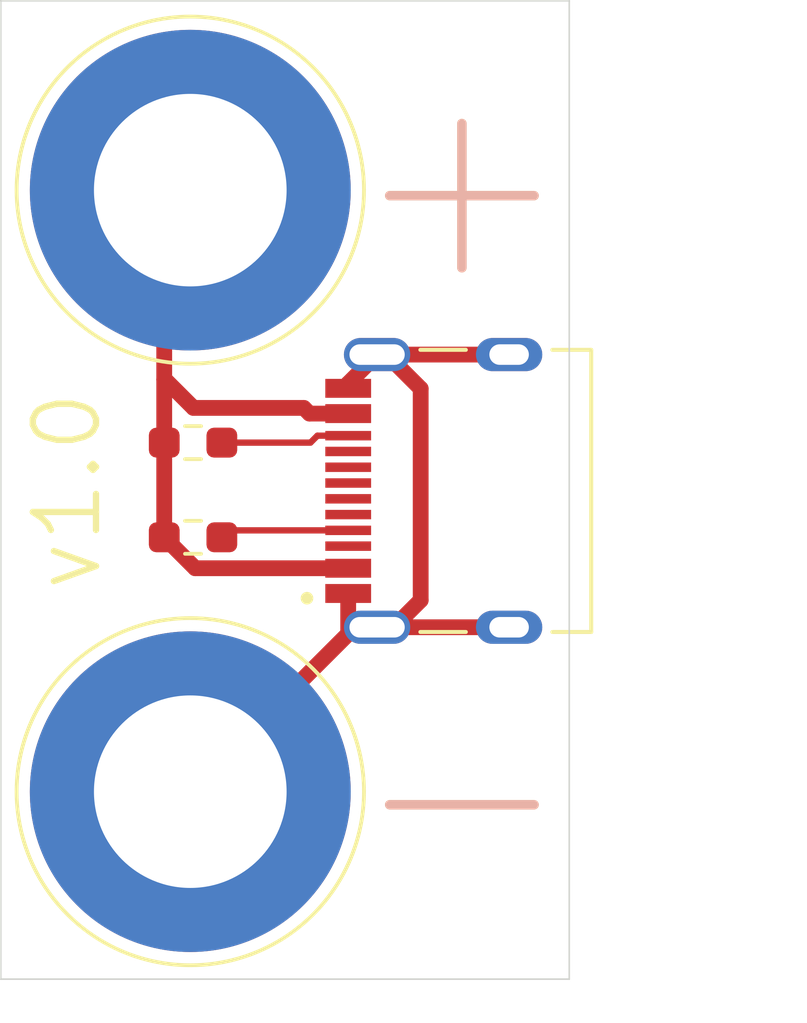
<source format=kicad_pcb>
(kicad_pcb (version 20240108) (generator "pcbnew") (generator_version "8.0")
  (layers (0 "F.Cu" signal) (31 "B.Cu" signal) (34 "B.Paste" user) (35 "F.Paste" user) (36 "B.SilkS" user "B.Silkscreen") (37 "F.SilkS" user "F.Silkscreen") (38 "B.Mask" user) (39 "F.Mask" user) (44 "Edge.Cuts" user))
  (net 0 "")
  (net 1 "VBUS")
  (net 2 "GND")
  (net 3 "Net-(J1-CC2)")
  (net 4 "Net-(J1-CC1)")
  (footprint "Resistor_SMD:R_0603_1608Metric_Pad0.98x0.95mm_HandSolder" (layer "F.Cu") (at 100.0875 108)
    (property "Reference" "R1" (hide yes))
    (property "Value" "10k")
    (fp_line (start -0.254724 -0.5225) (end 0.254724 -0.5225) (stroke (width 0.12)) (layer "F.SilkS"))
    (fp_line (start -0.254724 0.5225) (end 0.254724 0.5225) (stroke (width 0.12)) (layer "F.SilkS"))
    (pad "1" smd roundrect (at -0.9125 0) (size 0.975 0.95) (layers "F.Cu" "F.Paste" "F.Mask") (net 1 "VBUS"))
    (pad "2" smd roundrect (at 0.9125 0) (size 0.975 0.95) (layers "F.Cu" "F.Paste" "F.Mask") (net 3 "Net-(J1-CC2)"))
  )
  (footprint "Connector:Banana_Jack_1Pin" (layer "F.Cu") (at 100 119.06)
    (property "Reference" "J3" (hide yes))
    (property "Value" "Conn_01x01")
    (fp_circle (center 0 0) (end 5.5 0) (stroke (width 0.12)) (fill none) (layer "F.SilkS"))
    (pad "1" thru_hole circle (at 0 0) (size 10.16 10.16) (drill 6.1) (layers "*.Cu" "*.Mask") (net 2 "GND"))
  )
  (footprint "Connector:Banana_Jack_1Pin" (layer "F.Cu") (at 100 100)
    (property "Reference" "J2" (hide yes))
    (property "Value" "Conn_01x01")
    (fp_circle (center 0 0) (end 5.5 0) (stroke (width 0.12)) (fill none) (layer "F.SilkS"))
    (pad "1" thru_hole circle (at 0 0) (size 10.16 10.16) (drill 6.1) (layers "*.Cu" "*.Mask") (net 1 "VBUS"))
  )
  (footprint "Homebrew:HRO_TYPE-C-31-M-12" (layer "F.Cu") (at 110.095 109.53 90)
    (property "Reference" "J1" (hide yes))
    (property "Value" "TYPE-C-31-M-12")
    (fp_line (start 4.47 -2.81) (end 4.47 -1.37) (stroke (width 0.127)) (layer "F.SilkS"))
    (fp_line (start -4.47 -2.81) (end -4.47 -1.37) (stroke (width 0.127)) (layer "F.SilkS"))
    (fp_line (start 4.47 1.37) (end 4.47 2.6) (stroke (width 0.127)) (layer "F.SilkS"))
    (fp_line (start 4.47 2.6) (end -4.47 2.6) (stroke (width 0.127)) (layer "F.SilkS"))
    (fp_line (start -4.47 2.6) (end -4.47 1.37) (stroke (width 0.127)) (layer "F.SilkS"))
    (fp_circle (center -3.4 -6.4) (end -3.3 -6.4) (stroke (width 0.2)) (fill none) (layer "F.SilkS"))
    (pad "" np_thru_hole circle (at -2.89 -3.65 90) (size 0.7 0.7) (drill 0.7) (layers "*.Cu" "*.Mask"))
    (pad "" np_thru_hole circle (at 2.89 -3.65 90) (size 0.7 0.7) (drill 0.7) (layers "*.Cu" "*.Mask"))
    (pad "A1B12" smd rect (at -3.25 -5.095 90) (size 0.6 1.45) (layers "F.Cu" "F.Paste" "F.Mask") (net 2 "GND"))
    (pad "A4B9" smd rect (at -2.45 -5.095 90) (size 0.6 1.45) (layers "F.Cu" "F.Paste" "F.Mask") (net 1 "VBUS"))
    (pad "A5" smd rect (at -1.25 -5.095 90) (size 0.3 1.45) (layers "F.Cu" "F.Paste" "F.Mask") (net 4 "Net-(J1-CC1)"))
    (pad "A6" smd rect (at -0.25 -5.095 90) (size 0.3 1.45) (layers "F.Cu" "F.Paste" "F.Mask"))
    (pad "A7" smd rect (at 0.25 -5.095 90) (size 0.3 1.45) (layers "F.Cu" "F.Paste" "F.Mask"))
    (pad "A8" smd rect (at 1.25 -5.095 90) (size 0.3 1.45) (layers "F.Cu" "F.Paste" "F.Mask"))
    (pad "B1A12" smd rect (at 3.25 -5.095 90) (size 0.6 1.45) (layers "F.Cu" "F.Paste" "F.Mask") (net 2 "GND"))
    (pad "B4A9" smd rect (at 2.45 -5.095 90) (size 0.6 1.45) (layers "F.Cu" "F.Paste" "F.Mask") (net 1 "VBUS"))
    (pad "B5" smd rect (at 1.75 -5.095 90) (size 0.3 1.45) (layers "F.Cu" "F.Paste" "F.Mask") (net 3 "Net-(J1-CC2)"))
    (pad "B6" smd rect (at 0.75 -5.095 90) (size 0.3 1.45) (layers "F.Cu" "F.Paste" "F.Mask"))
    (pad "B7" smd rect (at -0.75 -5.095 90) (size 0.3 1.45) (layers "F.Cu" "F.Paste" "F.Mask"))
    (pad "B8" smd rect (at -1.75 -5.095 90) (size 0.3 1.45) (layers "F.Cu" "F.Paste" "F.Mask"))
    (pad "S1" thru_hole oval (at -4.32 -4.18 90) (size 1.05 2.1) (drill oval 0.65 1.75) (layers "*.Cu" "*.Mask") (net 2 "GND"))
    (pad "S2" thru_hole oval (at 4.32 -4.18 90) (size 1.05 2.1) (drill oval 0.65 1.75) (layers "*.Cu" "*.Mask") (net 2 "GND"))
    (pad "S3" thru_hole oval (at -4.32 0 90) (size 1.05 2.1) (drill oval 0.65 1.25) (layers "*.Cu" "*.Mask") (net 2 "GND"))
    (pad "S4" thru_hole oval (at 4.32 0 90) (size 1.05 2.1) (drill oval 0.65 1.25) (layers "*.Cu" "*.Mask") (net 2 "GND"))
  )
  (footprint "Resistor_SMD:R_0603_1608Metric_Pad0.98x0.95mm_HandSolder" (layer "F.Cu") (at 100.0875 111)
    (property "Reference" "R2" (hide yes))
    (property "Value" "10k")
    (fp_line (start -0.254724 -0.5225) (end 0.254724 -0.5225) (stroke (width 0.12)) (layer "F.SilkS"))
    (fp_line (start -0.254724 0.5225) (end 0.254724 0.5225) (stroke (width 0.12)) (layer "F.SilkS"))
    (pad "1" smd roundrect (at -0.9125 0) (size 0.975 0.95) (layers "F.Cu" "F.Paste" "F.Mask") (net 1 "VBUS"))
    (pad "2" smd roundrect (at 0.9125 0) (size 0.975 0.95) (layers "F.Cu" "F.Paste" "F.Mask") (net 4 "Net-(J1-CC1)"))
  )
  (gr_line (start 112 94) (end 112 125) (stroke (width 0.05)) (layer "Edge.Cuts"))
  (gr_line (start 112 125) (end 94 125) (stroke (width 0.05)) (layer "Edge.Cuts"))
  (gr_line (start 94 94) (end 112 94) (stroke (width 0.05)) (layer "Edge.Cuts"))
  (gr_line (start 94 125) (end 94 94) (stroke (width 0.05)) (layer "Edge.Cuts"))
  (gr_text "-" (at 108.6 119 -0) (layer "B.SilkS") (effects (font (size 6 6) (thickness 0.3)) (justify mirror)))
  (gr_text "+" (at 108.6 99.7 -0) (layer "B.SilkS") (effects (font (size 6 6) (thickness 0.3)) (justify mirror)))
  (gr_text "v1.0" (at 96.1 109.53 90) (layer "F.SilkS") (effects (font (size 2 2) (thickness 0.2))))
  (gr_text "+" (at 108.6 99.7 0) (layer "F.SilkS") (effects (font (size 6 6) (thickness 0.3))))
  (gr_text "-" (at 108.6 119 0) (layer "F.SilkS") (effects (font (size 6 6) (thickness 0.3))))
  (segment (start 99.175 100.825) (end 100 100) (width 0.5) (layer "F.Cu") (net 1))
  (segment (start 99.175 108) (end 99.175 106) (width 0.5) (layer "F.Cu") (net 1))
  (segment (start 105 107.08) (end 103.775 107.08) (width 0.5) (layer "F.Cu") (net 1))
  (segment (start 100.155 111.98) (end 99.175 111) (width 0.5) (layer "F.Cu") (net 1))
  (segment (start 103.775 107.08) (end 103.595 106.9) (width 0.5) (layer "F.Cu") (net 1))
  (segment (start 99.175 106) (end 99.175 100.825) (width 0.5) (layer "F.Cu") (net 1))
  (segment (start 100.1 106.9) (end 99.2 106) (width 0.5) (layer "F.Cu") (net 1))
  (segment (start 105 111.98) (end 100.155 111.98) (width 0.5) (layer "F.Cu") (net 1))
  (segment (start 99.175 111) (end 99.175 108) (width 0.5) (layer "F.Cu") (net 1))
  (segment (start 103.595 106.9) (end 100.1 106.9) (width 0.5) (layer "F.Cu") (net 1))
  (segment (start 99.2 106) (end 99.175 106) (width 0.5) (layer "F.Cu") (net 1))
  (segment (start 105.915 105.21) (end 110.095 105.21) (width 0.5) (layer "F.Cu") (net 2))
  (segment (start 100 119.06) (end 105.21 113.85) (width 0.5) (layer "F.Cu") (net 2))
  (segment (start 105.915 113.85) (end 106.44 113.85) (width 0.5) (layer "F.Cu") (net 2))
  (segment (start 105 106.125) (end 105.915 105.21) (width 0.5) (layer "F.Cu") (net 2))
  (segment (start 105 106.28) (end 105 106.125) (width 0.5) (layer "F.Cu") (net 2))
  (segment (start 105 114.06) (end 105 112.78) (width 0.5) (layer "F.Cu") (net 2))
  (segment (start 106.217082 105.21) (end 105.915 105.21) (width 0.5) (layer "F.Cu") (net 2))
  (segment (start 105.915 113.85) (end 110.095 113.85) (width 0.5) (layer "F.Cu") (net 2))
  (segment (start 105.21 113.85) (end 105.915 113.85) (width 0.5) (layer "F.Cu") (net 2))
  (segment (start 107.295 106.287918) (end 106.217082 105.21) (width 0.5) (layer "F.Cu") (net 2))
  (segment (start 106.44 113.85) (end 107.295 112.995) (width 0.5) (layer "F.Cu") (net 2))
  (segment (start 100 119.06) (end 105 114.06) (width 0.5) (layer "F.Cu") (net 2))
  (segment (start 107.295 112.995) (end 107.295 106.287918) (width 0.5) (layer "F.Cu") (net 2))
  (segment (start 105 107.78) (end 104.025 107.78) (width 0.2) (layer "F.Cu") (net 3))
  (segment (start 103.805 108) (end 101 108) (width 0.2) (layer "F.Cu") (net 3))
  (segment (start 104.025 107.78) (end 103.805 108) (width 0.2) (layer "F.Cu") (net 3))
  (segment (start 105 110.78) (end 101.22 110.78) (width 0.2) (layer "F.Cu") (net 4))
  (segment (start 101.22 110.78) (end 101 111) (width 0.2) (layer "F.Cu") (net 4))
)
</source>
